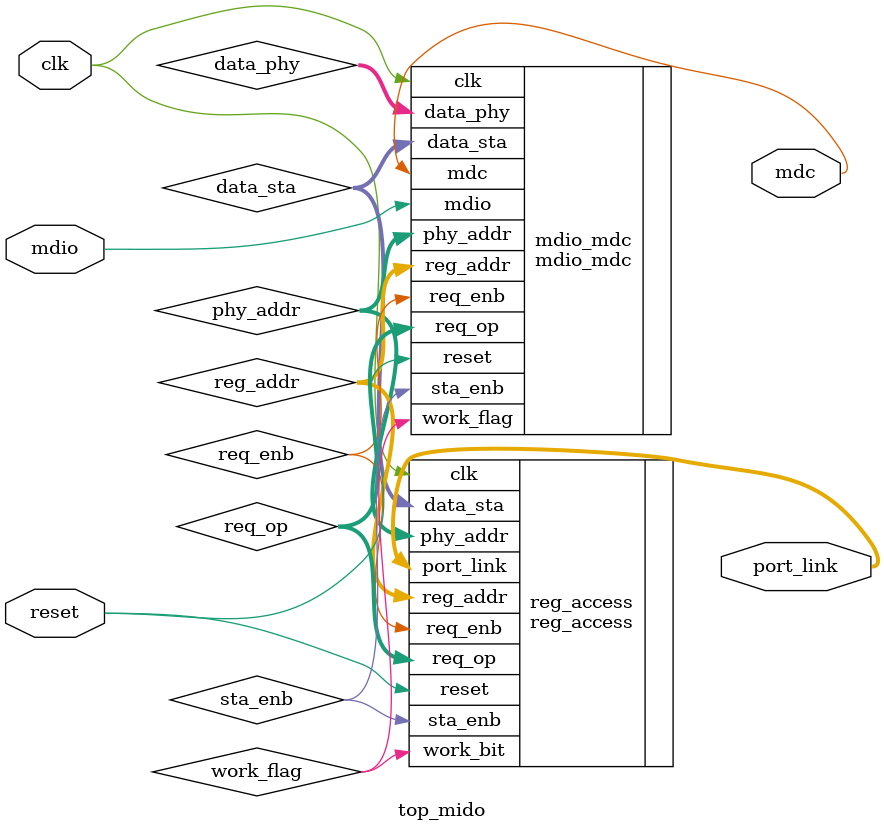
<source format=v>
`timescale 1 ps / 1 ps
module top_mido(
 input reset,
 input clk,
//-----------------------------------mdio ½Ó¿Ú---------------------------------
 output  mdc,//Êä³ö¸øÍâ²¿Ð¾Æ¬µÄÊ±ÖÓ
 inout  mdio,
 output [3:0] port_link
);


/************Ä£¿éÁ¬½ÓÇø**************/
 wire req_enb;//Ê¹ÄÜÐÅºÅ£¬ÀàËÆÓÚÆ¬Ñ¡ÐÅºÅ
 wire [1:0] req_op;   //±¾´ÎÇëÇóµÄ²Ù×÷Ä£Ê½ [1]ÓÐÐ§Îª¶Á£¬[0]ÓÐÐ§ÎªÐ´
 wire [4:0] phy_addr;//phyÐ¾Æ¬Ñ¡Ôñ
 wire [4:0] reg_addr;//phyÐ¾Æ¬ÖÐµÄ¼Ä´æÆ÷Ñ¡Ôñ
 wire [15:0] data_phy;
 //--------------¸øÓÃ»§µÄµ±Ç°Ã¦ÏÐÐÅºÅ---------------------
 wire work_flag;//1:ÕýÔÚ¹¤×÷×´Ì¬   0£º´¦ÓÚÏÐÖÃ×´Ì¬
//-----------------------------------
 wire [15:0] data_sta;
 wire  sta_enb;
 
mdio_mdc mdio_mdc(
.reset(reset),
.clk(clk),
//-----------------------------------mdio ½Ó¿Ú---------------------------------
.mdc(mdc),//Êä³ö¸øÍâ²¿Ð¾Æ¬µÄÊ±ÖÓ
.mdio(mdio),
 //--------------ÓÃ»§¸ø³öµÄ²Ù×÷Ö¸Áî×é---------------------
.req_enb(req_enb),//Ê¹ÄÜÐÅºÅ£¬ÀàËÆÓÚÆ¬Ñ¡ÐÅºÅ
.req_op(req_op),   //±¾´ÎÇëÇóµÄ²Ù×÷Ä£Ê½ [1]ÓÐÐ§Îª¶Á£¬[0]ÓÐÐ§ÎªÐ´
.phy_addr(phy_addr),//phyÐ¾Æ¬Ñ¡Ôñ
.reg_addr(reg_addr),//phyÐ¾Æ¬ÖÐµÄ¼Ä´æÆ÷Ñ¡Ôñ
.data_phy(data_phy),
 //--------------¸øÓÃ»§µÄµ±Ç°Ã¦ÏÐÐÅºÅ---------------------
.work_flag(work_flag),//1:ÕýÔÚ¹¤×÷×´Ì¬   0£º´¦ÓÚÏÐÖÃ×´Ì¬
//-----------------------------------
.data_sta(data_sta),
.sta_enb(sta_enb)
);

reg_access reg_access (
.clk(clk),
.data_sta(data_sta),
.phy_addr(phy_addr),
.port_link(port_link),
.reg_addr(reg_addr),
.req_enb(req_enb),
.req_op(req_op),
.reset(reset),
.sta_enb(sta_enb),
.work_bit(work_flag)
);

endmodule

</source>
